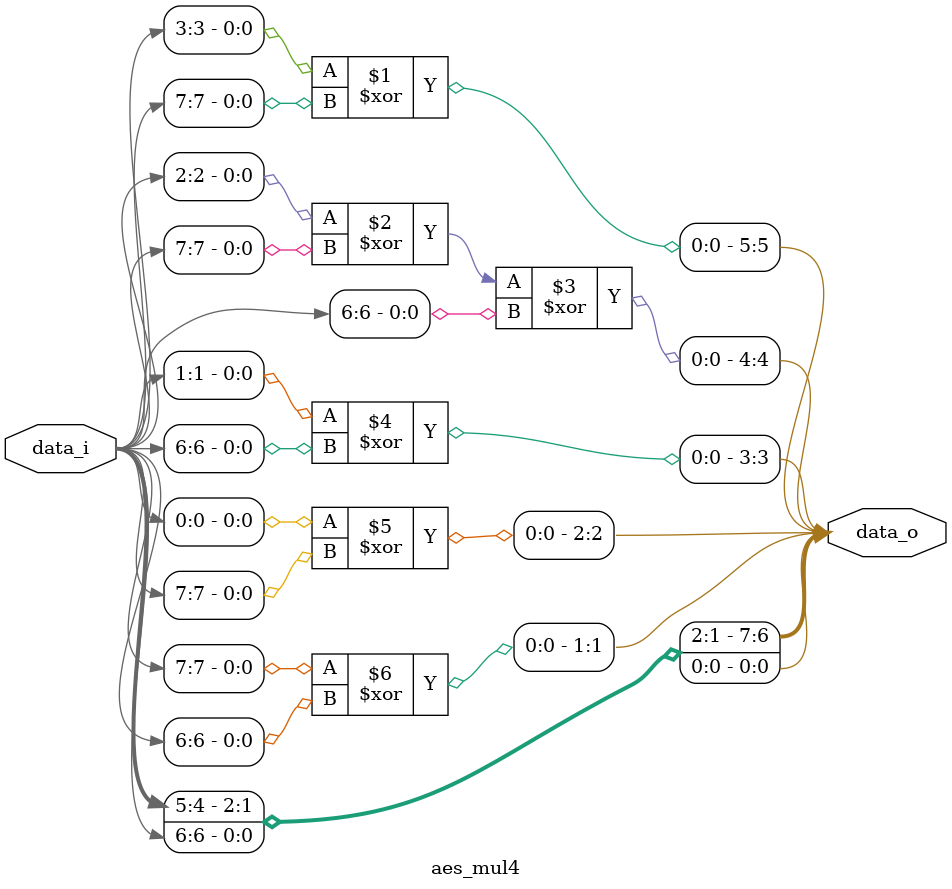
<source format=sv>

module aes_mul4 (
  input  logic [7:0] data_i,
  output logic [7:0] data_o
);

  assign data_o[7] = data_i[5];
  assign data_o[6] = data_i[4];
  assign data_o[5] = data_i[3] ^ data_i[7];
  assign data_o[4] = data_i[2] ^ data_i[7] ^ data_i[6];
  assign data_o[3] = data_i[1]             ^ data_i[6];
  assign data_o[2] = data_i[0] ^ data_i[7];
  assign data_o[1] = data_i[7]             ^ data_i[6];
  assign data_o[0] = data_i[6];

endmodule

</source>
